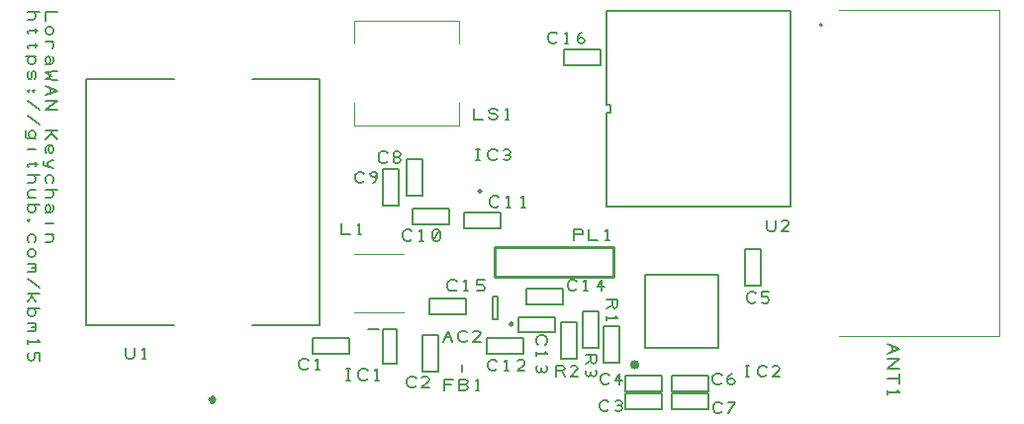
<source format=gbr>
G04 DesignSpark PCB Gerber Version 9.0 Build 5115 *
%FSLAX35Y35*%
%MOIN*%
%ADD12C,0.00394*%
%ADD15C,0.00500*%
%ADD11C,0.00591*%
%ADD10C,0.00787*%
%ADD16C,0.00800*%
%ADD14C,0.00984*%
%ADD17C,0.01000*%
%ADD13C,0.01575*%
X0Y0D02*
D02*
D10*
X63045Y41250D02*
X33219D01*
Y124321*
X63045*
X89219Y41250D02*
X111959D01*
Y124321*
X89219*
X128311Y40024D02*
X131854D01*
X133232Y39827D02*
X137957D01*
Y28409*
X133232*
Y39827*
X159844Y28049D02*
Y25687D01*
X171766Y43163D02*
X170388D01*
Y51037*
X171766*
Y43163*
X221411Y33518D02*
Y58321D01*
X246215*
Y33518*
X221411*
X280762Y142081D02*
G75*
G02Y142868J394D01*
G01*
Y142081D02*
G75*
G03Y142868J394D01*
G01*
D02*
D11*
X23441Y146904D02*
X19691D01*
Y143778*
X20629Y141904D02*
X20004Y141591D01*
X19691Y140966*
Y140341*
X20004Y139716*
X20629Y139404*
X21254*
X21879Y139716*
X22191Y140341*
Y140966*
X21879Y141591*
X21254Y141904*
X20629*
X19691Y136904D02*
X22191D01*
X21254D02*
X21879Y136591D01*
X22191Y135966*
Y135341*
X21879Y134716*
Y131904D02*
X22191Y131278D01*
Y130341*
X21879Y129716*
X21254Y129404*
X20317*
X20004Y129716*
X19691Y130341*
Y130966*
X20004Y131591*
X20317Y131904*
X20629*
X20941Y131591*
X21254Y130966*
Y130341*
X20941Y129716*
X20629Y129404*
X20317D02*
X19691D01*
X23441Y126904D02*
X19691Y126591D01*
X21567Y125341*
X19691Y124091*
X23441Y123778*
X19691Y121904D02*
X23441Y120341D01*
X19691Y118778*
X21254Y121278D02*
Y119404D01*
X19691Y116904D02*
X23441D01*
X19691Y113778*
X23441*
X19691Y106904D02*
X23441D01*
X21567D02*
Y105966D01*
X23441Y103778*
X21567Y105966D02*
X19691Y103778D01*
X20004Y99404D02*
X19691Y99716D01*
Y100341*
Y100966*
X20004Y101591*
X20629Y101904*
X21567*
X21879Y101591*
X22191Y100966*
Y100341*
X21879Y99716*
X21567Y99404*
X21254*
X20941Y99716*
X20629Y100341*
Y100966*
X20941Y101591*
X21254Y101904*
X22191Y96904D02*
X20941Y96591D01*
X20317Y95966*
Y95341*
X20941Y94716*
X22191Y94404*
X20941Y94716D02*
X19691Y95028D01*
X19067Y95341*
X18754Y95966*
X19067Y96591*
X21879Y89404D02*
X22191Y90028D01*
Y90966*
X21879Y91591*
X21254Y91904*
X20629*
X20004Y91591*
X19691Y90966*
Y90028*
X20004Y89404*
X19691Y86904D02*
X23441D01*
X21254D02*
X21879Y86591D01*
X22191Y85966*
Y85341*
X21879Y84716*
X21254Y84404*
X19691*
X21879Y81904D02*
X22191Y81278D01*
Y80341*
X21879Y79716*
X21254Y79404*
X20317*
X20004Y79716*
X19691Y80341*
Y80966*
X20004Y81591*
X20317Y81904*
X20629*
X20941Y81591*
X21254Y80966*
Y80341*
X20941Y79716*
X20629Y79404*
X20317D02*
X19691D01*
Y75654D02*
X22191D01*
X23129D02*
X19691Y71904*
X22191D01*
X21254D02*
X21879Y71591D01*
X22191Y70966*
Y70341*
X21879Y69716*
X21254Y69404*
X19691*
X13691Y146904D02*
X17441D01*
X15254D02*
X15879Y146591D01*
X16191Y145966*
Y145341*
X15879Y144716*
X15254Y144404*
X13691*
X16191Y141383D02*
Y139924D01*
X16817Y140654D02*
X14004D01*
X13691Y140341*
Y140028*
X14004Y139716*
X16191Y136383D02*
Y134924D01*
X16817Y135654D02*
X14004D01*
X13691Y135341*
Y135028*
X14004Y134716*
X16191Y131904D02*
X12754D01*
X14629D02*
X14004Y131591D01*
X13691Y130966*
Y130341*
X14004Y129716*
X14629Y129404*
X15254*
X15879Y129716*
X16191Y130341*
Y130966*
X15879Y131591*
X15254Y131904*
X14629*
X14004Y126904D02*
X13691Y126278D01*
Y125028*
X14004Y124404*
X14629*
X14941Y125028*
Y126278*
X15254Y126904*
X15879*
X16191Y126278*
Y125028*
X15879Y124404*
X13691Y120341D02*
X14004Y120028D01*
X14317Y120341*
X14004Y120654*
X13691Y120341*
X15254D02*
X15567Y120028D01*
X15879Y120341*
X15567Y120654*
X15254Y120341*
X13691Y116904D02*
X17441Y113778D01*
X13691Y111904D02*
X17441Y108778D01*
X15254Y104404D02*
X15879Y104716D01*
X16191Y105341*
Y105966*
X15879Y106591*
X15254Y106904*
X14941*
X14317Y106591*
X14004Y105966*
Y105341*
X14317Y104716*
X14941Y104404*
X16191D02*
X13691D01*
X13067Y104716*
X12754Y105341*
Y106278*
X13067Y106904*
X13691Y100654D02*
X16191D01*
X17129D02*
X16191Y96383*
Y94924D01*
X16817Y95654D02*
X14004D01*
X13691Y95341*
Y95028*
X14004Y94716*
X13691Y91904D02*
X17441D01*
X15254D02*
X15879Y91591D01*
X16191Y90966*
Y90341*
X15879Y89716*
X15254Y89404*
X13691*
X16191Y86904D02*
X14629D01*
X14004Y86591*
X13691Y85966*
Y85341*
X14004Y84716*
X14629Y84404*
X16191D02*
X13691D01*
X14629Y81904D02*
X14004Y81591D01*
X13691Y80966*
Y80341*
X14004Y79716*
X14629Y79404*
X15254*
X15879Y79716*
X16191Y80341*
Y80966*
X15879Y81591*
X15254Y81904*
X13691D02*
X17441D01*
X13691Y76591D02*
X14004Y76278D01*
X14317Y76591*
X14004Y76904*
X13691Y76591*
X15879Y69404D02*
X16191Y70028D01*
Y70966*
X15879Y71591*
X15254Y71904*
X14629*
X14004Y71591*
X13691Y70966*
Y70028*
X14004Y69404*
X14629Y66904D02*
X14004Y66591D01*
X13691Y65966*
Y65341*
X14004Y64716*
X14629Y64404*
X15254*
X15879Y64716*
X16191Y65341*
Y65966*
X15879Y66591*
X15254Y66904*
X14629*
X13691Y61904D02*
X16191D01*
X15879D02*
X16191Y61591D01*
Y60966*
X15879Y60654*
X14941*
X15879D02*
X16191Y60341D01*
Y59716*
X15879Y59404*
X13691*
Y56904D02*
X17441Y53778D01*
X13691Y51904D02*
X17441D01*
X14941D02*
Y50966D01*
X16191Y49404*
X14941Y50966D02*
X13691Y49404D01*
X14629Y46904D02*
X14004Y46591D01*
X13691Y45966*
Y45341*
X14004Y44716*
X14629Y44404*
X15254*
X15879Y44716*
X16191Y45341*
Y45966*
X15879Y46591*
X15254Y46904*
X13691D02*
X17441D01*
X13691Y41904D02*
X16191D01*
X15879D02*
X16191Y41591D01*
Y40966*
X15879Y40654*
X14941*
X15879D02*
X16191Y40341D01*
Y39716*
X15879Y39404*
X13691*
Y36278D02*
Y35028D01*
Y35654D02*
X17441D01*
X16817Y36278*
X14004Y31904D02*
X13691Y31278D01*
Y30341*
X14004Y29716*
X14629Y29404*
X14941*
X15567Y29716*
X15879Y30341*
Y31904*
X17441*
Y29404*
X46514Y33678D02*
Y30865D01*
X46826Y30240*
X47451Y29928*
X48701*
X49326Y30240*
X49639Y30865*
Y33678*
X52139Y29928D02*
X53389D01*
X52764D02*
Y33678D01*
X52139Y33053*
X108100Y26813D02*
X107787Y26500D01*
X107162Y26187*
X106224*
X105600Y26500*
X105287Y26813*
X104974Y27437*
Y28687*
X105287Y29313*
X105600Y29625*
X106224Y29937*
X107162*
X107787Y29625*
X108100Y29313*
X110600Y26187D02*
X111850D01*
X111224D02*
Y29937D01*
X110600Y29313*
X119148Y75607D02*
Y71857D01*
X122273*
X124773D02*
X126023D01*
X125398D02*
Y75607D01*
X124773Y74982*
X120971Y22743D02*
X122221D01*
X121596D02*
Y26493D01*
X120971D02*
X122221D01*
X128159Y23368D02*
X127846Y23055D01*
X127221Y22743*
X126283*
X125659Y23055*
X125346Y23368*
X125033Y23993*
Y25243*
X125346Y25868*
X125659Y26180*
X126283Y26493*
X127221*
X127846Y26180*
X128159Y25868*
X130659Y22743D02*
X131909D01*
X131283D02*
Y26493D01*
X130659Y25868*
X126997Y89903D02*
X126685Y89591D01*
X126059Y89278*
X125122*
X124497Y89591*
X124185Y89903*
X123872Y90528*
Y91778*
X124185Y92403*
X124497Y92716*
X125122Y93028*
X126059*
X126685Y92716*
X126997Y92403*
X129809Y89278D02*
X130435Y89591D01*
X131059Y90216*
X131372Y91153*
Y92091*
X131059Y92716*
X130435Y93028*
X129809*
X129185Y92716*
X128872Y92091*
X129185Y91466*
X129809Y91153*
X130435*
X131059Y91466*
X131372Y92091*
X134871Y96694D02*
X134559Y96382D01*
X133933Y96069*
X132996*
X132371Y96382*
X132059Y96694*
X131746Y97319*
Y98569*
X132059Y99194*
X132371Y99507*
X132996Y99819*
X133933*
X134559Y99507*
X134871Y99194*
X137683Y97944D02*
X138309D01*
X138933Y98257*
X139246Y98882*
X138933Y99507*
X138309Y99819*
X137683*
X137059Y99507*
X136746Y98882*
X137059Y98257*
X137683Y97944*
X137059Y97632*
X136746Y97007*
X137059Y96382*
X137683Y96069*
X138309*
X138933Y96382*
X139246Y97007*
X138933Y97632*
X138309Y97944*
X143041Y70317D02*
X142728Y70004D01*
X142103Y69691*
X141165*
X140541Y70004*
X140228Y70317*
X139915Y70941*
Y72191*
X140228Y72817*
X140541Y73129*
X141165Y73441*
X142103*
X142728Y73129*
X143041Y72817*
X145541Y69691D02*
X146791D01*
X146165D02*
Y73441D01*
X145541Y72817*
X150228Y70004D02*
X150853Y69691D01*
X151478*
X152103Y70004*
X152415Y70629*
Y72504*
X152103Y73129*
X151478Y73441*
X150853*
X150228Y73129*
X149915Y72504*
Y70629*
X150228Y70004*
X152103Y73129*
X144419Y20809D02*
X144106Y20496D01*
X143481Y20183*
X142543*
X141919Y20496*
X141606Y20809*
X141293Y21433*
Y22683*
X141606Y23309*
X141919Y23621*
X142543Y23933*
X143481*
X144106Y23621*
X144419Y23309*
X148793Y20183D02*
X146293D01*
X148481Y22371*
X148793Y22996*
X148481Y23621*
X147856Y23933*
X146919*
X146293Y23621*
X153596Y35636D02*
X155159Y39386D01*
X156722Y35636*
X154222Y37199D02*
X156096D01*
X161722Y36261D02*
X161409Y35949D01*
X160784Y35636*
X159846*
X159222Y35949*
X158909Y36261*
X158596Y36886*
Y38136*
X158909Y38761*
X159222Y39074*
X159846Y39386*
X160784*
X161409Y39074*
X161722Y38761*
X166096Y35636D02*
X163596D01*
X165784Y37824*
X166096Y38449*
X165784Y39074*
X165159Y39386*
X164222*
X163596Y39074*
X153844Y19306D02*
Y23056D01*
X156970*
X156344Y21181D02*
X153844D01*
X161032D02*
X161657Y20868D01*
X161970Y20243*
X161657Y19618*
X161032Y19306*
X158844*
Y23056*
X161032*
X161657Y22743*
X161970Y22118*
X161657Y21493*
X161032Y21181*
X158844*
X164470Y19306D02*
X165720D01*
X165094D02*
Y23056D01*
X164470Y22431*
X158100Y53387D02*
X157787Y53075D01*
X157162Y52762*
X156224*
X155600Y53075*
X155287Y53387*
X154974Y54012*
Y55262*
X155287Y55887*
X155600Y56200*
X156224Y56512*
X157162*
X157787Y56200*
X158100Y55887*
X160600Y52762D02*
X161850D01*
X161224D02*
Y56512D01*
X160600Y55887*
X164974Y53075D02*
X165600Y52762D01*
X166537*
X167162Y53075*
X167474Y53700*
Y54012*
X167162Y54637*
X166537Y54950*
X164974*
Y56512*
X167474*
X164672Y96857D02*
X165922D01*
X165297D02*
Y100607D01*
X164672D02*
X165922D01*
X171859Y97482D02*
X171547Y97169D01*
X170922Y96857*
X169984*
X169359Y97169*
X169047Y97482*
X168734Y98107*
Y99357*
X169047Y99982*
X169359Y100294*
X169984Y100607*
X170922*
X171547Y100294*
X171859Y99982*
X174047Y97169D02*
X174672Y96857D01*
X175297*
X175922Y97169*
X176234Y97794*
X175922Y98419*
X175297Y98732*
X174672*
X175297D02*
X175922Y99044D01*
X176234Y99669*
X175922Y100294*
X175297Y100607*
X174672*
X174047Y100294*
X163833Y114386D02*
Y110636D01*
X166958*
X168833Y111574D02*
X169145Y110949D01*
X169770Y110636*
X171020*
X171645Y110949*
X171958Y111574*
X171645Y112199*
X171020Y112511*
X169770*
X169145Y112824*
X168833Y113449*
X169145Y114074*
X169770Y114386*
X171020*
X171645Y114074*
X171958Y113449*
X174458Y110636D02*
X175708D01*
X175083D02*
Y114386D01*
X174458Y113761*
X171682Y26517D02*
X171370Y26205D01*
X170744Y25892*
X169807*
X169182Y26205*
X168870Y26517*
X168557Y27142*
Y28392*
X168870Y29017*
X169182Y29330*
X169807Y29642*
X170744*
X171370Y29330*
X171682Y29017*
X174182Y25892D02*
X175432D01*
X174807D02*
Y29642D01*
X174182Y29017*
X181057Y25892D02*
X178557D01*
X180744Y28080*
X181057Y28705*
X180744Y29330*
X180120Y29642*
X179182*
X178557Y29330*
X172371Y81635D02*
X172059Y81323D01*
X171433Y81010*
X170496*
X169871Y81323*
X169559Y81635*
X169246Y82260*
Y83510*
X169559Y84135*
X169871Y84448*
X170496Y84760*
X171433*
X172059Y84448*
X172371Y84135*
X174871Y81010D02*
X176121D01*
X175496D02*
Y84760D01*
X174871Y84135*
X179871Y81010D02*
X181121D01*
X180496D02*
Y84760D01*
X179871Y84135*
X185474Y34625D02*
X185161Y34937D01*
X184849Y35563*
Y36500*
X185161Y37125*
X185474Y37437*
X186099Y37750*
X187349*
X187974Y37437*
X188287Y37125*
X188599Y36500*
Y35563*
X188287Y34937*
X187974Y34625*
X184849Y32125D02*
Y30875D01*
Y31500D02*
X188599D01*
X187974Y32125*
X185161Y27437D02*
X184849Y26813D01*
Y26187*
X185161Y25563*
X185787Y25250*
X186411Y25563*
X186724Y26187*
Y26813*
Y26187D02*
X187037Y25563D01*
X187661Y25250*
X188287Y25563*
X188599Y26187*
Y26813*
X188287Y27437*
X191958Y136950D02*
X191645Y136638D01*
X191020Y136325*
X190083*
X189458Y136638*
X189145Y136950*
X188833Y137575*
Y138825*
X189145Y139450*
X189458Y139763*
X190083Y140075*
X191020*
X191645Y139763*
X191958Y139450*
X194458Y136325D02*
X195708D01*
X195083D02*
Y140075D01*
X194458Y139450*
X198833Y137263D02*
X199145Y137888D01*
X199770Y138200*
X200395*
X201020Y137888*
X201333Y137263*
X201020Y136638*
X200395Y136325*
X199770*
X199145Y136638*
X198833Y137263*
Y138200*
X199145Y139138*
X199770Y139763*
X200395Y140075*
X191490Y23924D02*
Y27674D01*
X193678*
X194303Y27361*
X194615Y26736*
X194303Y26111*
X193678Y25799*
X191490*
X193678D02*
X194615Y23924D01*
X198990D02*
X196490D01*
X198678Y26111*
X198990Y26736*
X198678Y27361*
X198053Y27674*
X197115*
X196490Y27361*
X198552Y53486D02*
X198240Y53173D01*
X197615Y52861*
X196677*
X196052Y53173*
X195740Y53486*
X195427Y54111*
Y55361*
X195740Y55986*
X196052Y56298*
X196677Y56611*
X197615*
X198240Y56298*
X198552Y55986*
X201052Y52861D02*
X202302D01*
X201677D02*
Y56611D01*
X201052Y55986*
X206990Y52861D02*
Y56611D01*
X205427Y54111*
X207927*
X197593Y69888D02*
Y73638D01*
X199780*
X200405Y73326*
X200718Y72701*
X200405Y72076*
X199780Y71763*
X197593*
X202593Y73638D02*
Y69888D01*
X205718*
X208218D02*
X209468D01*
X208843D02*
Y73638D01*
X208218Y73013*
X201483Y31352D02*
X205233D01*
Y29165*
X204920Y28540*
X204295Y28227*
X203670Y28540*
X203358Y29165*
Y31352*
Y29165D02*
X201483Y28227D01*
X201795Y26040D02*
X201483Y25415D01*
Y24790*
X201795Y24165*
X202420Y23852*
X203045Y24165*
X203358Y24790*
Y25415*
Y24790D02*
X203670Y24165D01*
X204295Y23852*
X204920Y24165*
X205233Y24790*
Y25415*
X204920Y26040*
X209379Y12836D02*
X209067Y12524D01*
X208441Y12211*
X207504*
X206879Y12524*
X206567Y12836*
X206254Y13461*
Y14711*
X206567Y15336*
X206879Y15649*
X207504Y15961*
X208441*
X209067Y15649*
X209379Y15336*
X211567Y12524D02*
X212191Y12211D01*
X212817*
X213441Y12524*
X213754Y13149*
X213441Y13774*
X212817Y14086*
X212191*
X212817D02*
X213441Y14399D01*
X213754Y15024*
X213441Y15649*
X212817Y15961*
X212191*
X211567Y15649*
X209576Y21891D02*
X209263Y21579D01*
X208638Y21266*
X207701*
X207076Y21579*
X206763Y21891*
X206451Y22516*
Y23766*
X206763Y24391*
X207076Y24704*
X207701Y25016*
X208638*
X209263Y24704*
X209576Y24391*
X213013Y21266D02*
Y25016D01*
X211451Y22516*
X213951*
X208569Y49955D02*
X212319D01*
Y47767*
X212007Y47142*
X211382Y46830*
X210757Y47142*
X210444Y47767*
Y49955*
Y47767D02*
X208569Y46830D01*
Y44330D02*
Y43080D01*
Y43705D02*
X212319D01*
X211694Y44330*
X247470Y21891D02*
X247157Y21579D01*
X246532Y21266*
X245594*
X244970Y21579*
X244657Y21891*
X244344Y22516*
Y23766*
X244657Y24391*
X244970Y24704*
X245594Y25016*
X246532*
X247157Y24704*
X247470Y24391*
X249344Y22204D02*
X249657Y22829D01*
X250282Y23141*
X250907*
X251532Y22829*
X251844Y22204*
X251532Y21579*
X250907Y21266*
X250282*
X249657Y21579*
X249344Y22204*
Y23141*
X249657Y24079*
X250282Y24704*
X250907Y25016*
X247568Y12246D02*
X247256Y11933D01*
X246630Y11620*
X245693*
X245068Y11933*
X244756Y12246*
X244443Y12870*
Y14120*
X244756Y14746*
X245068Y15058*
X245693Y15370*
X246630*
X247256Y15058*
X247568Y14746*
X249443Y11620D02*
X251943Y15370D01*
X249443*
X255420Y23825D02*
X256670D01*
X256045D02*
Y27575D01*
X255420D02*
X256670D01*
X262607Y24450D02*
X262295Y24138D01*
X261670Y23825*
X260732*
X260107Y24138*
X259795Y24450*
X259482Y25075*
Y26325*
X259795Y26950*
X260107Y27263*
X260732Y27575*
X261670*
X262295Y27263*
X262607Y26950*
X266982Y23825D02*
X264482D01*
X266670Y26013*
X266982Y26638*
X266670Y27263*
X266045Y27575*
X265107*
X264482Y27263*
X258985Y49352D02*
X258673Y49039D01*
X258048Y48727*
X257110*
X256485Y49039*
X256173Y49352*
X255860Y49977*
Y51227*
X256173Y51852*
X256485Y52165*
X257110Y52477*
X258048*
X258673Y52165*
X258985Y51852*
X260860Y49039D02*
X261485Y48727D01*
X262423*
X263048Y49039*
X263360Y49665*
Y49977*
X263048Y50602*
X262423Y50915*
X260860*
Y52477*
X263360*
X262553Y76689D02*
Y73877D01*
X262866Y73252*
X263491Y72939*
X264741*
X265366Y73252*
X265678Y73877*
Y76689*
X270053Y72939D02*
X267553D01*
X269741Y75127*
X270053Y75752*
X269741Y76377*
X269116Y76689*
X268178*
X267553Y76377*
X303353Y34797D02*
X307103Y33235D01*
X303353Y31672*
X304915Y34172D02*
Y32297D01*
X303353Y29797D02*
X307103D01*
X303353Y26672*
X307103*
X303353Y23235D02*
X307103D01*
Y24797D02*
Y21672D01*
X303353Y19172D02*
Y17922D01*
Y18547D02*
X307103D01*
X306478Y19172*
D02*
D12*
X123577Y45526D02*
X140112D01*
X123577Y65211D02*
X140112D01*
X123577Y116234D02*
Y108518D01*
X159010*
Y116234*
X123577Y136234D02*
Y143951D01*
X159010*
Y136234*
X287061Y147474D02*
X340998D01*
Y37474*
X287061*
D02*
D13*
X75817Y16743D02*
G75*
G02Y15411J-666D01*
G01*
Y16743D02*
G75*
G02Y15411J-666D01*
G01*
G75*
G02Y16743J666*
G01*
X76140Y16159D02*
G75*
G02Y15994J-83D01*
G01*
Y16159D02*
G75*
G02Y15994J-83D01*
G01*
G75*
G02Y16159J83*
G01*
X218065Y28695D02*
G75*
G02Y27120J-787D01*
G01*
Y28695D02*
G75*
G02Y27120J-787D01*
G01*
G75*
G02Y28695J787*
G01*
D02*
D14*
X165415Y86376D02*
G75*
G02X166400I492D01*
G01*
X165415D02*
G75*
G02X166400I492D01*
G01*
G75*
G02X165415I-492*
G01*
X175998Y41589D02*
G75*
G02X176982I492D01*
G01*
X175998D02*
G75*
G02X176982I492D01*
G01*
G75*
G02X175998I-492*
G01*
D02*
D15*
X109444Y31468D02*
Y36768D01*
X121744*
Y31468*
X109444*
X133328Y93998D02*
X138628D01*
Y81698*
X133328*
Y93998*
X141301Y97345D02*
X146601D01*
Y85045*
X141301*
Y97345*
X146714Y37896D02*
X152014D01*
Y25596*
X146714*
Y37896*
X155416Y80459D02*
Y75159D01*
X143116*
Y80459*
X155416*
X160734Y74076D02*
Y79376D01*
X173034*
Y74076*
X160734*
X161321Y50144D02*
Y44844D01*
X149021*
Y50144*
X161321*
X168139Y31691D02*
Y36991D01*
X180439*
Y31691*
X168139*
X181502Y48289D02*
Y53589D01*
X193802*
Y48289*
X181502*
X191341Y44077D02*
Y38777D01*
X179041*
Y44077*
X191341*
X194395Y128801D02*
Y134101D01*
X206695*
Y128801*
X194395*
X208530Y147297D02*
X270734D01*
Y81156*
X208530*
Y112750*
X210006*
Y115703*
X208530*
Y147297*
X214868Y12954D02*
Y18254D01*
X227168*
Y12954*
X214868*
Y19057D02*
Y24357D01*
X227168*
Y19057*
X214868*
X230517Y13053D02*
Y18353D01*
X242817*
Y13053*
X230517*
Y19057D02*
Y24357D01*
X242817*
Y19057*
X230517*
X260479Y54730D02*
X255179D01*
Y67030*
X260479*
Y54730*
D02*
D16*
X198668Y30025D02*
X193368D01*
Y42325*
X198668*
Y30025*
X205951Y33667D02*
X200651D01*
Y45967*
X205951*
Y33667*
X207639Y40750D02*
X212939D01*
Y28450*
X207639*
Y40750*
D02*
D17*
X170939Y57455D02*
X210939D01*
Y67455*
X170939*
Y57455*
X0Y0D02*
M02*

</source>
